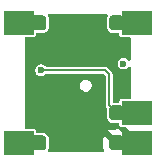
<source format=gbl>
G04 #@! TF.GenerationSoftware,KiCad,Pcbnew,9.0.1+1*
G04 #@! TF.CreationDate,2025-11-11T08:29:39+00:00*
G04 #@! TF.ProjectId,mems-microphone,6d656d73-2d6d-4696-9372-6f70686f6e65,rev?*
G04 #@! TF.SameCoordinates,Original*
G04 #@! TF.FileFunction,Copper,L2,Bot*
G04 #@! TF.FilePolarity,Positive*
%FSLAX46Y46*%
G04 Gerber Fmt 4.6, Leading zero omitted, Abs format (unit mm)*
G04 Created by KiCad (PCBNEW 9.0.1+1) date 2025-11-11 08:29:39*
%MOMM*%
%LPD*%
G01*
G04 APERTURE LIST*
G04 #@! TA.AperFunction,CastellatedPad*
%ADD10R,2.540000X2.000000*%
G04 #@! TD*
G04 #@! TA.AperFunction,ViaPad*
%ADD11C,0.600000*%
G04 #@! TD*
G04 #@! TA.AperFunction,Conductor*
%ADD12C,0.200000*%
G04 #@! TD*
G04 APERTURE END LIST*
D10*
X66845000Y-42090500D03*
G04 #@! TA.AperFunction,ComponentPad*
G36*
G01*
X64520000Y-42465500D02*
X64520000Y-41715500D01*
G75*
G02*
X64770000Y-41465500I250000J0D01*
G01*
X65520000Y-41465500D01*
G75*
G02*
X65770000Y-41715500I0J-250000D01*
G01*
X65770000Y-42465500D01*
G75*
G02*
X65520000Y-42715500I-250000J0D01*
G01*
X64770000Y-42715500D01*
G75*
G02*
X64520000Y-42465500I0J250000D01*
G01*
G37*
G04 #@! TD.AperFunction*
X66845000Y-49710500D03*
G04 #@! TA.AperFunction,ComponentPad*
G36*
G01*
X64520000Y-50085500D02*
X64520000Y-49335500D01*
G75*
G02*
X64770000Y-49085500I250000J0D01*
G01*
X65520000Y-49085500D01*
G75*
G02*
X65770000Y-49335500I0J-250000D01*
G01*
X65770000Y-50085500D01*
G75*
G02*
X65520000Y-50335500I-250000J0D01*
G01*
X64770000Y-50335500D01*
G75*
G02*
X64520000Y-50085500I0J250000D01*
G01*
G37*
G04 #@! TD.AperFunction*
X66845000Y-52250500D03*
G04 #@! TA.AperFunction,ComponentPad*
G36*
G01*
X64520000Y-52625500D02*
X64520000Y-51875500D01*
G75*
G02*
X64770000Y-51625500I250000J0D01*
G01*
X65520000Y-51625500D01*
G75*
G02*
X65770000Y-51875500I0J-250000D01*
G01*
X65770000Y-52625500D01*
G75*
G02*
X65520000Y-52875500I-250000J0D01*
G01*
X64770000Y-52875500D01*
G75*
G02*
X64520000Y-52625500I0J250000D01*
G01*
G37*
G04 #@! TD.AperFunction*
G04 #@! TA.AperFunction,ComponentPad*
G36*
G01*
X57920000Y-42465500D02*
X57920000Y-41715500D01*
G75*
G02*
X58170000Y-41465500I250000J0D01*
G01*
X58920000Y-41465500D01*
G75*
G02*
X59170000Y-41715500I0J-250000D01*
G01*
X59170000Y-42465500D01*
G75*
G02*
X58920000Y-42715500I-250000J0D01*
G01*
X58170000Y-42715500D01*
G75*
G02*
X57920000Y-42465500I0J250000D01*
G01*
G37*
G04 #@! TD.AperFunction*
X56845000Y-42090500D03*
G04 #@! TA.AperFunction,ComponentPad*
G36*
G01*
X57920000Y-52625500D02*
X57920000Y-51875500D01*
G75*
G02*
X58170000Y-51625500I250000J0D01*
G01*
X58920000Y-51625500D01*
G75*
G02*
X59170000Y-51875500I0J-250000D01*
G01*
X59170000Y-52625500D01*
G75*
G02*
X58920000Y-52875500I-250000J0D01*
G01*
X58170000Y-52875500D01*
G75*
G02*
X57920000Y-52625500I0J250000D01*
G01*
G37*
G04 #@! TD.AperFunction*
X56845000Y-52250500D03*
D11*
X65715000Y-45535500D03*
X64115000Y-43905500D03*
X58595000Y-45115500D03*
X57775000Y-50645500D03*
X58115000Y-43625500D03*
X65225000Y-43555500D03*
X65135000Y-48175500D03*
X64035000Y-50685500D03*
X60395000Y-42815500D03*
X63755000Y-46745500D03*
X58735000Y-46105500D03*
D12*
X64505000Y-49070500D02*
X64505000Y-46455500D01*
X65145000Y-49710500D02*
X64505000Y-49070500D01*
X64505000Y-46455500D02*
X64155000Y-46105500D01*
X66895000Y-50005500D02*
X66325800Y-50005500D01*
X64155000Y-46105500D02*
X58735000Y-46105500D01*
G04 #@! TA.AperFunction,Conductor*
G36*
X64324445Y-41340685D02*
G01*
X64370200Y-41393489D01*
X64380144Y-41462647D01*
X64370024Y-41493759D01*
X64370276Y-41493848D01*
X64322353Y-41630798D01*
X64322353Y-41630800D01*
X64319500Y-41661230D01*
X64319500Y-42519769D01*
X64322353Y-42550199D01*
X64322353Y-42550201D01*
X64367206Y-42678380D01*
X64367207Y-42678382D01*
X64447850Y-42787650D01*
X64557118Y-42868293D01*
X64599845Y-42883244D01*
X64685299Y-42913146D01*
X64715730Y-42916000D01*
X64715734Y-42916000D01*
X65250500Y-42916000D01*
X65317539Y-42935685D01*
X65363294Y-42988489D01*
X65374500Y-43040000D01*
X65374500Y-43110252D01*
X65386131Y-43168729D01*
X65386132Y-43168730D01*
X65430447Y-43235052D01*
X65496769Y-43279367D01*
X65496770Y-43279368D01*
X65555247Y-43290999D01*
X65555250Y-43291000D01*
X65555252Y-43291000D01*
X66220500Y-43291000D01*
X66287539Y-43310685D01*
X66333294Y-43363489D01*
X66344500Y-43415000D01*
X66344500Y-45162051D01*
X66324815Y-45229090D01*
X66272011Y-45274845D01*
X66202853Y-45284789D01*
X66139297Y-45255764D01*
X66121306Y-45233976D01*
X66120448Y-45234635D01*
X66115502Y-45228189D01*
X66115500Y-45228186D01*
X66022314Y-45135000D01*
X65965250Y-45102054D01*
X65908187Y-45069108D01*
X65844539Y-45052054D01*
X65780892Y-45035000D01*
X65649108Y-45035000D01*
X65521812Y-45069108D01*
X65407686Y-45135000D01*
X65407683Y-45135002D01*
X65314502Y-45228183D01*
X65314500Y-45228186D01*
X65248608Y-45342312D01*
X65214500Y-45469608D01*
X65214500Y-45601391D01*
X65248608Y-45728687D01*
X65271699Y-45768681D01*
X65314500Y-45842814D01*
X65407686Y-45936000D01*
X65521814Y-46001892D01*
X65649108Y-46036000D01*
X65649110Y-46036000D01*
X65780890Y-46036000D01*
X65780892Y-46036000D01*
X65908186Y-46001892D01*
X66022314Y-45936000D01*
X66115500Y-45842814D01*
X66115504Y-45842806D01*
X66120448Y-45836365D01*
X66122534Y-45837966D01*
X66163674Y-45798735D01*
X66232280Y-45785509D01*
X66297147Y-45811473D01*
X66337678Y-45868385D01*
X66344500Y-45908948D01*
X66344500Y-48386000D01*
X66324815Y-48453039D01*
X66272011Y-48498794D01*
X66220500Y-48510000D01*
X65555247Y-48510000D01*
X65496770Y-48521631D01*
X65496769Y-48521632D01*
X65430447Y-48565947D01*
X65386132Y-48632269D01*
X65386131Y-48632270D01*
X65374500Y-48690747D01*
X65374500Y-48761000D01*
X65354815Y-48828039D01*
X65302011Y-48873794D01*
X65250500Y-48885000D01*
X64929500Y-48885000D01*
X64862461Y-48865315D01*
X64816706Y-48812511D01*
X64805500Y-48761000D01*
X64805500Y-46415940D01*
X64805499Y-46415936D01*
X64804662Y-46412813D01*
X64797350Y-46385521D01*
X64785022Y-46339512D01*
X64745460Y-46270989D01*
X64339511Y-45865040D01*
X64339510Y-45865039D01*
X64339507Y-45865037D01*
X64330065Y-45859586D01*
X64330064Y-45859586D01*
X64270991Y-45825480D01*
X64270990Y-45825479D01*
X64245513Y-45818652D01*
X64194562Y-45805000D01*
X64194560Y-45805000D01*
X59193676Y-45805000D01*
X59126637Y-45785315D01*
X59105995Y-45768681D01*
X59042316Y-45705002D01*
X59042314Y-45705000D01*
X58985250Y-45672054D01*
X58928187Y-45639108D01*
X58864539Y-45622054D01*
X58800892Y-45605000D01*
X58669108Y-45605000D01*
X58541812Y-45639108D01*
X58427686Y-45705000D01*
X58427683Y-45705002D01*
X58334502Y-45798183D01*
X58334500Y-45798186D01*
X58268608Y-45912312D01*
X58234500Y-46039608D01*
X58234500Y-46171391D01*
X58268608Y-46298687D01*
X58292178Y-46339510D01*
X58334500Y-46412814D01*
X58427686Y-46506000D01*
X58541814Y-46571892D01*
X58669108Y-46606000D01*
X58669110Y-46606000D01*
X58800890Y-46606000D01*
X58800892Y-46606000D01*
X58928186Y-46571892D01*
X59042314Y-46506000D01*
X59105995Y-46442319D01*
X59167318Y-46408834D01*
X59193676Y-46406000D01*
X63979167Y-46406000D01*
X64008607Y-46414644D01*
X64038594Y-46421168D01*
X64043609Y-46424922D01*
X64046206Y-46425685D01*
X64066848Y-46442319D01*
X64168181Y-46543652D01*
X64201666Y-46604975D01*
X64204500Y-46631333D01*
X64204500Y-49110062D01*
X64218152Y-49161013D01*
X64224979Y-49186490D01*
X64224980Y-49186491D01*
X64262109Y-49250801D01*
X64264540Y-49255011D01*
X64264542Y-49255014D01*
X64283179Y-49273650D01*
X64316666Y-49334972D01*
X64319500Y-49361333D01*
X64319500Y-50139769D01*
X64322353Y-50170199D01*
X64322353Y-50170201D01*
X64367206Y-50298380D01*
X64367207Y-50298382D01*
X64447850Y-50407650D01*
X64557118Y-50488293D01*
X64599845Y-50503244D01*
X64685299Y-50533146D01*
X64715730Y-50536000D01*
X64715734Y-50536000D01*
X65250500Y-50536000D01*
X65317539Y-50555685D01*
X65363294Y-50608489D01*
X65371451Y-50632669D01*
X65374500Y-50646162D01*
X65374500Y-50730248D01*
X65386133Y-50788731D01*
X65417232Y-50835273D01*
X65422302Y-50857709D01*
X65421711Y-50867011D01*
X65459886Y-50875316D01*
X65469341Y-50881040D01*
X65496769Y-50899367D01*
X65496771Y-50899367D01*
X65496772Y-50899368D01*
X65496770Y-50899368D01*
X65555247Y-50910999D01*
X65555250Y-50911000D01*
X65555252Y-50911000D01*
X65807690Y-50911000D01*
X65874729Y-50930685D01*
X65895371Y-50947319D01*
X66308181Y-51360129D01*
X66341666Y-51421452D01*
X66344500Y-51447810D01*
X66344500Y-51542466D01*
X66239742Y-51585859D01*
X66116903Y-51667937D01*
X66012894Y-51771945D01*
X65312778Y-51071829D01*
X65279293Y-51010506D01*
X65279661Y-51005358D01*
X65265053Y-50999000D01*
X65242800Y-50994346D01*
X65233630Y-50985322D01*
X65221834Y-50980188D01*
X65213670Y-50972721D01*
X65182041Y-50941092D01*
X65131647Y-51008410D01*
X65118061Y-51044835D01*
X65076189Y-51100768D01*
X65010724Y-51125184D01*
X65001880Y-51125500D01*
X64720029Y-51125500D01*
X64720012Y-51125501D01*
X64617302Y-51135994D01*
X64450878Y-51191142D01*
X64450873Y-51191144D01*
X64443651Y-51195598D01*
X64443650Y-51195599D01*
X65123551Y-51875500D01*
X65095630Y-51875500D01*
X65000255Y-51901056D01*
X64914745Y-51950425D01*
X64844925Y-52020245D01*
X64795556Y-52105755D01*
X64770000Y-52201130D01*
X64770000Y-52229051D01*
X64090099Y-51549150D01*
X64090098Y-51549151D01*
X64085644Y-51556373D01*
X64085642Y-51556377D01*
X64030494Y-51722802D01*
X64030493Y-51722809D01*
X64020000Y-51825513D01*
X64020000Y-52675471D01*
X64020001Y-52675487D01*
X64030493Y-52778195D01*
X64056606Y-52856995D01*
X64059008Y-52926824D01*
X64023277Y-52986866D01*
X63960756Y-53018059D01*
X63938900Y-53020000D01*
X59432594Y-53020000D01*
X59365555Y-53000315D01*
X59319800Y-52947511D01*
X59309856Y-52878353D01*
X59319975Y-52847240D01*
X59319724Y-52847152D01*
X59367646Y-52710201D01*
X59367646Y-52710199D01*
X59370500Y-52679769D01*
X59370500Y-51821230D01*
X59367646Y-51790800D01*
X59367646Y-51790798D01*
X59322793Y-51662619D01*
X59322792Y-51662617D01*
X59242150Y-51553350D01*
X59132882Y-51472707D01*
X59132880Y-51472706D01*
X59004700Y-51427853D01*
X58974270Y-51425000D01*
X58974266Y-51425000D01*
X58439500Y-51425000D01*
X58372461Y-51405315D01*
X58326706Y-51352511D01*
X58315500Y-51301000D01*
X58315500Y-51230749D01*
X58315499Y-51230747D01*
X58303868Y-51172270D01*
X58303867Y-51172269D01*
X58259552Y-51105947D01*
X58193230Y-51061632D01*
X58193229Y-51061631D01*
X58134752Y-51050000D01*
X58134748Y-51050000D01*
X57469500Y-51050000D01*
X57402461Y-51030315D01*
X57356706Y-50977511D01*
X57345500Y-50926000D01*
X57345500Y-47342108D01*
X62027000Y-47342108D01*
X62027000Y-47473891D01*
X62061108Y-47601187D01*
X62094054Y-47658250D01*
X62127000Y-47715314D01*
X62220186Y-47808500D01*
X62334314Y-47874392D01*
X62461608Y-47908500D01*
X62461610Y-47908500D01*
X62593390Y-47908500D01*
X62593392Y-47908500D01*
X62720686Y-47874392D01*
X62834814Y-47808500D01*
X62928000Y-47715314D01*
X62993892Y-47601186D01*
X63028000Y-47473892D01*
X63028000Y-47342108D01*
X62993892Y-47214814D01*
X62928000Y-47100686D01*
X62834814Y-47007500D01*
X62777750Y-46974554D01*
X62720687Y-46941608D01*
X62657039Y-46924554D01*
X62593392Y-46907500D01*
X62461608Y-46907500D01*
X62334312Y-46941608D01*
X62220186Y-47007500D01*
X62220183Y-47007502D01*
X62127002Y-47100683D01*
X62127000Y-47100686D01*
X62061108Y-47214812D01*
X62027000Y-47342108D01*
X57345500Y-47342108D01*
X57345500Y-43415000D01*
X57365185Y-43347961D01*
X57417989Y-43302206D01*
X57469500Y-43291000D01*
X58134750Y-43291000D01*
X58134751Y-43290999D01*
X58149568Y-43288052D01*
X58193229Y-43279368D01*
X58193229Y-43279367D01*
X58193231Y-43279367D01*
X58259552Y-43235052D01*
X58303867Y-43168731D01*
X58303867Y-43168729D01*
X58303868Y-43168729D01*
X58315499Y-43110252D01*
X58315500Y-43110250D01*
X58315500Y-43040000D01*
X58335185Y-42972961D01*
X58387989Y-42927206D01*
X58439500Y-42916000D01*
X58974270Y-42916000D01*
X59004699Y-42913146D01*
X59004701Y-42913146D01*
X59068790Y-42890719D01*
X59132882Y-42868293D01*
X59242150Y-42787650D01*
X59322793Y-42678382D01*
X59345219Y-42614290D01*
X59367646Y-42550201D01*
X59367646Y-42550199D01*
X59370500Y-42519769D01*
X59370500Y-41661230D01*
X59367646Y-41630800D01*
X59367646Y-41630798D01*
X59319724Y-41493848D01*
X59321020Y-41493394D01*
X59309042Y-41434466D01*
X59334351Y-41369341D01*
X59390851Y-41328237D01*
X59432594Y-41321000D01*
X64257406Y-41321000D01*
X64324445Y-41340685D01*
G37*
G04 #@! TD.AperFunction*
M02*

</source>
